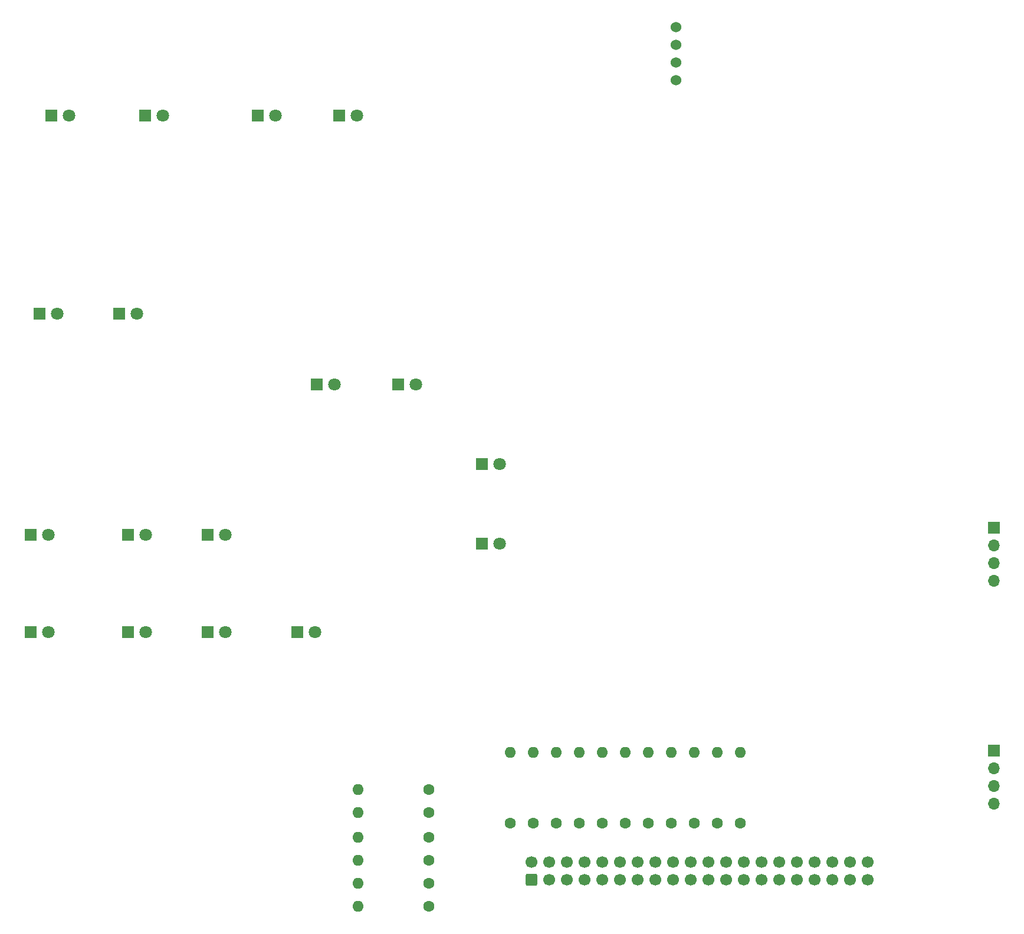
<source format=gbs>
%TF.GenerationSoftware,KiCad,Pcbnew,(6.0.8)*%
%TF.CreationDate,2022-12-20T11:39:24-06:00*%
%TF.ProjectId,Display Board,44697370-6c61-4792-9042-6f6172642e6b,rev?*%
%TF.SameCoordinates,Original*%
%TF.FileFunction,Soldermask,Bot*%
%TF.FilePolarity,Negative*%
%FSLAX46Y46*%
G04 Gerber Fmt 4.6, Leading zero omitted, Abs format (unit mm)*
G04 Created by KiCad (PCBNEW (6.0.8)) date 2022-12-20 11:39:24*
%MOMM*%
%LPD*%
G01*
G04 APERTURE LIST*
G04 Aperture macros list*
%AMRoundRect*
0 Rectangle with rounded corners*
0 $1 Rounding radius*
0 $2 $3 $4 $5 $6 $7 $8 $9 X,Y pos of 4 corners*
0 Add a 4 corners polygon primitive as box body*
4,1,4,$2,$3,$4,$5,$6,$7,$8,$9,$2,$3,0*
0 Add four circle primitives for the rounded corners*
1,1,$1+$1,$2,$3*
1,1,$1+$1,$4,$5*
1,1,$1+$1,$6,$7*
1,1,$1+$1,$8,$9*
0 Add four rect primitives between the rounded corners*
20,1,$1+$1,$2,$3,$4,$5,0*
20,1,$1+$1,$4,$5,$6,$7,0*
20,1,$1+$1,$6,$7,$8,$9,0*
20,1,$1+$1,$8,$9,$2,$3,0*%
G04 Aperture macros list end*
%ADD10R,1.800000X1.800000*%
%ADD11C,1.800000*%
%ADD12C,1.524000*%
%ADD13RoundRect,0.250000X0.600000X-0.600000X0.600000X0.600000X-0.600000X0.600000X-0.600000X-0.600000X0*%
%ADD14C,1.700000*%
%ADD15R,1.700000X1.700000*%
%ADD16O,1.700000X1.700000*%
%ADD17C,1.600000*%
%ADD18O,1.600000X1.600000*%
G04 APERTURE END LIST*
D10*
%TO.C,D12*%
X80139500Y-160680000D03*
D11*
X82679500Y-160680000D03*
%TD*%
D10*
%TO.C,D6*%
X119509500Y-147980000D03*
D11*
X122049500Y-147980000D03*
%TD*%
D12*
%TO.C,DISP1*%
X147344500Y-73868000D03*
X147344500Y-76408000D03*
X147344500Y-78948000D03*
X147344500Y-81488000D03*
%TD*%
D10*
%TO.C,D1*%
X87373500Y-86512000D03*
D11*
X89913500Y-86512000D03*
%TD*%
D10*
%TO.C,D5*%
X119509500Y-136550000D03*
D11*
X122049500Y-136550000D03*
%TD*%
D13*
%TO.C,J1*%
X126621500Y-196230500D03*
D14*
X126621500Y-193690500D03*
X129161500Y-196230500D03*
X129161500Y-193690500D03*
X131701500Y-196230500D03*
X131701500Y-193690500D03*
X134241500Y-196230500D03*
X134241500Y-193690500D03*
X136781500Y-196230500D03*
X136781500Y-193690500D03*
X139321500Y-196230500D03*
X139321500Y-193690500D03*
X141861500Y-196230500D03*
X141861500Y-193690500D03*
X144401500Y-196230500D03*
X144401500Y-193690500D03*
X146941500Y-196230500D03*
X146941500Y-193690500D03*
X149481500Y-196230500D03*
X149481500Y-193690500D03*
X152021500Y-196230500D03*
X152021500Y-193690500D03*
X154561500Y-196230500D03*
X154561500Y-193690500D03*
X157101500Y-196230500D03*
X157101500Y-193690500D03*
X159641500Y-196230500D03*
X159641500Y-193690500D03*
X162181500Y-196230500D03*
X162181500Y-193690500D03*
X164721500Y-196230500D03*
X164721500Y-193690500D03*
X167261500Y-196230500D03*
X167261500Y-193690500D03*
X169801500Y-196230500D03*
X169801500Y-193690500D03*
X172341500Y-196230500D03*
X172341500Y-193690500D03*
X174881500Y-196230500D03*
X174881500Y-193690500D03*
%TD*%
D10*
%TO.C,D11*%
X54734500Y-160680000D03*
D11*
X57274500Y-160680000D03*
%TD*%
D10*
%TO.C,D7*%
X107442000Y-125120000D03*
D11*
X109982000Y-125120000D03*
%TD*%
D10*
%TO.C,D3*%
X67439500Y-114960000D03*
D11*
X69979500Y-114960000D03*
%TD*%
D10*
%TO.C,D13*%
X68709500Y-160680000D03*
D11*
X71249500Y-160680000D03*
%TD*%
D10*
%TO.C,D15*%
X54734500Y-146710000D03*
D11*
X57274500Y-146710000D03*
%TD*%
D10*
%TO.C,D18*%
X57658000Y-86512000D03*
D11*
X60198000Y-86512000D03*
%TD*%
D10*
%TO.C,D16*%
X80139500Y-146710000D03*
D11*
X82679500Y-146710000D03*
%TD*%
D10*
%TO.C,D9*%
X71120000Y-86512000D03*
D11*
X73660000Y-86512000D03*
%TD*%
D10*
%TO.C,D8*%
X95758000Y-125120000D03*
D11*
X98298000Y-125120000D03*
%TD*%
D10*
%TO.C,D4*%
X56009500Y-114960000D03*
D11*
X58549500Y-114960000D03*
%TD*%
D10*
%TO.C,D14*%
X92964000Y-160680000D03*
D11*
X95504000Y-160680000D03*
%TD*%
D15*
%TO.C,DISP2*%
X193007500Y-145671000D03*
D16*
X193007500Y-148211000D03*
X193007500Y-150751000D03*
X193007500Y-153291000D03*
%TD*%
D10*
%TO.C,D17*%
X68709500Y-146710000D03*
D11*
X71249500Y-146710000D03*
%TD*%
D15*
%TO.C,DISP3*%
X193007500Y-177675000D03*
D16*
X193007500Y-180215000D03*
X193007500Y-182755000D03*
X193007500Y-185295000D03*
%TD*%
D10*
%TO.C,D10*%
X99057500Y-86512000D03*
D11*
X101597500Y-86512000D03*
%TD*%
D17*
%TO.C,R14*%
X111889500Y-190144000D03*
D18*
X101729500Y-190144000D03*
%TD*%
D17*
%TO.C,R5*%
X140083500Y-188112000D03*
D18*
X140083500Y-177952000D03*
%TD*%
D17*
%TO.C,R7*%
X143385500Y-188112000D03*
D18*
X143385500Y-177952000D03*
%TD*%
D17*
%TO.C,R1*%
X153291500Y-188112000D03*
D18*
X153291500Y-177952000D03*
%TD*%
D17*
%TO.C,R10*%
X156593500Y-188112000D03*
D18*
X156593500Y-177952000D03*
%TD*%
D17*
%TO.C,R6*%
X136781500Y-188112000D03*
D18*
X136781500Y-177952000D03*
%TD*%
D17*
%TO.C,R16*%
X123573500Y-188112000D03*
D18*
X123573500Y-177952000D03*
%TD*%
D17*
%TO.C,R3*%
X130177500Y-188112000D03*
D18*
X130177500Y-177952000D03*
%TD*%
D17*
%TO.C,R17*%
X111889500Y-183286000D03*
D18*
X101729500Y-183286000D03*
%TD*%
D17*
%TO.C,R13*%
X111889500Y-196748000D03*
D18*
X101729500Y-196748000D03*
%TD*%
D17*
%TO.C,R9*%
X149989500Y-188112000D03*
D18*
X149989500Y-177952000D03*
%TD*%
D17*
%TO.C,R15*%
X111889500Y-186588000D03*
D18*
X101729500Y-186588000D03*
%TD*%
D17*
%TO.C,R11*%
X111889500Y-200050000D03*
D18*
X101729500Y-200050000D03*
%TD*%
D17*
%TO.C,R8*%
X133479500Y-188112000D03*
D18*
X133479500Y-177952000D03*
%TD*%
D17*
%TO.C,R12*%
X111889500Y-193446000D03*
D18*
X101729500Y-193446000D03*
%TD*%
D17*
%TO.C,R4*%
X126875500Y-188112000D03*
D18*
X126875500Y-177952000D03*
%TD*%
D17*
%TO.C,R18*%
X146687500Y-188112000D03*
D18*
X146687500Y-177952000D03*
%TD*%
M02*

</source>
